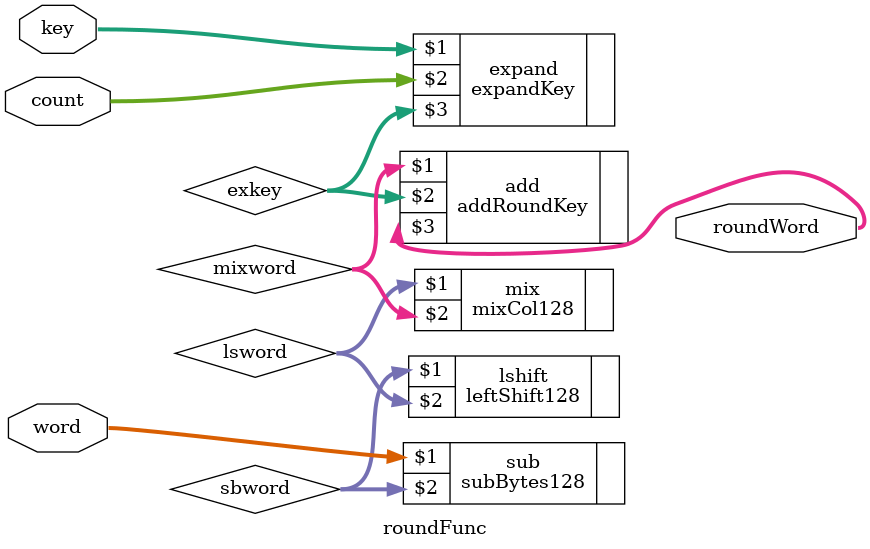
<source format=v>
module roundFunc (word, key, count, roundWord);
    input [127:0] word, key;
    input [7:0] count;
    output [127:0] roundWord;
    wire [127:0] sbword, lsword, mixword, exkey;

    subBytes128     sub     (word, sbword);
    leftShift128    lshift  (sbword, lsword);
    mixCol128       mix     (lsword, mixword);
    expandKey       expand  (key, count, exkey);
    addRoundKey     add     (mixword, exkey, roundWord);
endmodule

</source>
